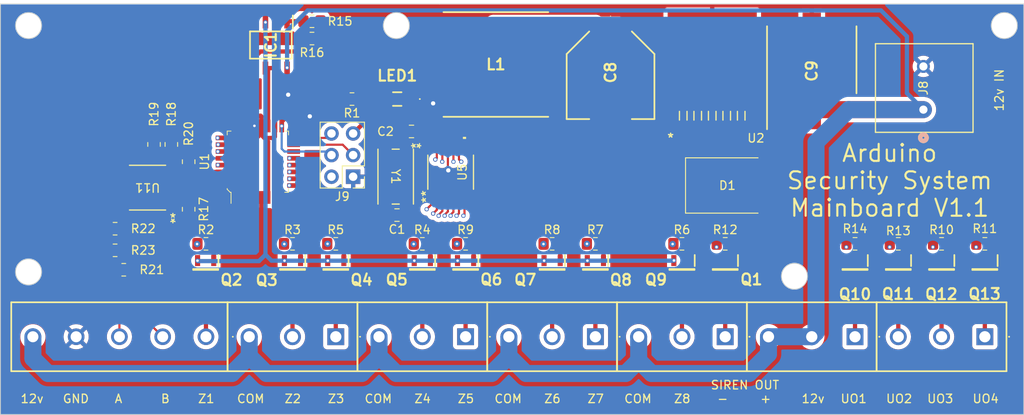
<source format=kicad_pcb>
(kicad_pcb (version 20221018) (generator pcbnew)
  (layers (0 "F.Cu" signal) (1 "In1.Cu" signal) (2 "In2.Cu" signal) (31 "B.Cu" signal) (34 "B.Paste" user) (35 "F.Paste" user) (36 "B.SilkS" user "B.Silkscreen") (37 "F.SilkS" user "F.Silkscreen") (38 "B.Mask" user) (39 "F.Mask" user) (44 "Edge.Cuts" user))
  (net 0 "")
  (net 1 "GND")
  (net 2 "Net-(U1-PB6)")
  (net 3 "Net-(U1-PB7)")
  (net 4 "+12V")
  (net 5 "+5V")
  (net 6 "Net-(D1-K)")
  (net 7 "Z3H")
  (net 8 "Z2H")
  (net 9 "Z5H")
  (net 10 "Z4H")
  (net 11 "Z7H")
  (net 12 "Z6H")
  (net 13 "SIREN H")
  (net 14 "Z8H")
  (net 15 "O1H")
  (net 16 "O4H")
  (net 17 "O3H")
  (net 18 "O2H")
  (net 19 "Z1H")
  (net 20 "B")
  (net 21 "A")
  (net 22 "RESET")
  (net 23 "MOSI")
  (net 24 "SCK")
  (net 25 "MISO")
  (net 26 "Net-(LED1-A)")
  (net 27 "Net-(Q1-G)")
  (net 28 "Net-(Q2-G)")
  (net 29 "ADC IN H")
  (net 30 "Net-(Q3-G)")
  (net 31 "Net-(Q4-G)")
  (net 32 "Net-(Q5-G)")
  (net 33 "Net-(Q6-G)")
  (net 34 "Net-(Q7-G)")
  (net 35 "Net-(Q8-G)")
  (net 36 "Net-(Q9-G)")
  (net 37 "Net-(Q10-G)")
  (net 38 "Net-(Q11-G)")
  (net 39 "Net-(Q12-G)")
  (net 40 "Net-(Q13-G)")
  (net 41 "ZONE 1")
  (net 42 "ZONE 2")
  (net 43 "ZONE 4")
  (net 44 "ZONE 3")
  (net 45 "ZONE 8")
  (net 46 "ZONE 7")
  (net 47 "ZONE 6")
  (net 48 "ZONE 5")
  (net 49 "OUTPUT 3")
  (net 50 "OUTPUT 4")
  (net 51 "SIREN OUT")
  (net 52 "OUTPUT 2")
  (net 53 "OUTPUT 1")
  (net 54 "TX")
  (net 55 "DIR")
  (net 56 "RX")
  (net 57 "ADC IN")
  (net 60 "CLOCK")
  (net 61 "LATCH")
  (net 62 "DATA")
  (net 64 "ADC IN B")
  (net 65 "Net-(IC1-IN2+)")
  (footprint "SamacSys_Parts:CAPAE1050X1250N" (layer "F.Cu") (at 178.308 119.634 90)
    (fp_text reference "C9")
    (fp_text value "100uF" hide)
  )
  (footprint "SamacSys_Parts:SOT95P237X112-3N" (layer "F.Cu") (at 163.068 142.968 -90)
    (fp_text reference "Q9")
    (fp_text value "Si2338DS-T1-GE3" hide)
  )
  (footprint "Resistor_SMD:R_0805_2012Metric_Pad1.20x1.40mm_HandSolder" (layer "F.Cu") (at 122.428 139.954)
    (fp_text reference "R5")
    (fp_text value "15R")
  )
  (footprint "SamacSys_Parts:SOT95P237X112-3N" (layer "F.Cu") (at 147.828 142.968 -90)
    (fp_text reference "Q7")
    (fp_text value "Si2338DS-T1-GE3" hide)
  )
  (footprint "ABMM2-16-000MHZ-E2-T:CRYSTAL_ABMM2_ABR" (layer "F.Cu") (at 129.4638 132.0546 -90)
    (fp_text reference "Y1")
    (fp_text value "ABMM2-16.000MHZ-E2-T")
  )
  (footprint "Resistor_SMD:R_0805_2012Metric_Pad1.20x1.40mm_HandSolder" (layer "F.Cu") (at 188.468 139.954 180)
    (fp_text reference "R13")
    (fp_text value "15R")
  )
  (footprint "SamacSys_Parts:SOT95P237X112-3N" (layer "F.Cu") (at 117.348 142.968 -90)
    (fp_text reference "Q3")
    (fp_text value "Si2338DS-T1-GE3" hide)
  )
  (footprint "Resistor_SMD:R_0805_2012Metric_Pad1.20x1.40mm_HandSolder" (layer "F.Cu") (at 147.828 139.954)
    (fp_text reference "R8")
    (fp_text value "15R")
  )
  (footprint "Resistor_SMD:R_0805_2012Metric_Pad1.20x1.40mm_HandSolder" (layer "F.Cu") (at 105.156 135.89 -90)
    (fp_text reference "R17")
    (fp_text value "10K")
  )
  (footprint "SamacSys_Parts:CTB05083" (layer "F.Cu") (at 183.388 150.876 180)
    (fp_text reference "J5" hide)
    (fp_text value "CTB0508_3" hide)
  )
  (footprint "SamacSys_Parts:5988270107F" (layer "F.Cu") (at 129.643 122.936 180)
    (fp_text reference "LED1")
    (fp_text value "5988270107F" hide)
  )
  (footprint "max485csa:21-0041B_8_MXM" (layer "F.Cu") (at 100.33 133.35 180)
    (fp_text reference "U11")
    (fp_text value "max485csa")
  )
  (footprint "SamacSys_Parts:INDPM123123X1020N" (layer "F.Cu") (at 141.224 118.872 180)
    (fp_text reference "L1")
    (fp_text value "MSS1210-334KED" hide)
  )
  (footprint "Resistor_SMD:R_0805_2012Metric_Pad1.20x1.40mm_HandSolder" (layer "F.Cu") (at 107.188 139.954)
    (fp_text reference "R2")
    (fp_text value "15R")
  )
  (footprint "Connector_PinHeader_2.54mm:PinHeader_2x03_P2.54mm_Vertical" (layer "F.Cu") (at 124.465 132.065 180)
    (fp_text reference "J9")
    (fp_text value "SPI Programming")
  )
  (footprint "SamacSys_Parts:SOT95P237X112-3N" (layer "F.Cu") (at 137.668 142.968 -90)
    (fp_text reference "Q6")
    (fp_text value "Si2338DS-T1-GE3" hide)
  )
  (footprint "digikey-footprints:TQFP-32_7x7mm" (layer "F.Cu") (at 113.284 130.302 90)
    (fp_text reference "U1")
    (fp_text value "ATMEGA328P-AUR")
  )
  (footprint "Diode_SMD:D_SMC" (layer "F.Cu") (at 168.402 133.096)
    (fp_text reference "D1")
    (fp_text value "B340")
  )
  (footprint "Resistor_SMD:R_0805_2012Metric_Pad1.20x1.40mm_HandSolder" (layer "F.Cu") (at 152.908 139.954)
    (fp_text reference "R7")
    (fp_text value "15R")
  )
  (footprint "SamacSys_Parts:CTB05083" (layer "F.Cu") (at 152.908 150.876 180)
    (fp_text reference "J3" hide)
    (fp_text value "CTB0508_3" hide)
  )
  (footprint "Resistor_SMD:R_0805_2012Metric_Pad1.20x1.40mm_HandSolder" (layer "F.Cu") (at 96.52 140.716 180)
    (fp_text reference "R23")
    (fp_text value "120R")
  )
  (footprint "SamacSys_Parts:CTB05083" (layer "F.Cu") (at 137.668 150.876 180)
    (fp_text reference "J2" hide)
    (fp_text value "CTB0508_3" hide)
  )
  (footprint "Resistor_SMD:R_0805_2012Metric_Pad1.20x1.40mm_HandSolder" (layer "F.Cu") (at 105.156 130.302 -90)
    (fp_text reference "R20")
    (fp_text value "10K")
  )
  (footprint "Resistor_SMD:R_0805_2012Metric_Pad1.20x1.40mm_HandSolder" (layer "F.Cu") (at 103.124 128.27 90)
    (fp_text reference "R18")
    (fp_text value "10K")
  )
  (footprint "Resistor_SMD:R_0805_2012Metric_Pad1.20x1.40mm_HandSolder" (layer "F.Cu") (at 193.548 139.954)
    (fp_text reference "R10")
    (fp_text value "15R")
  )
  (footprint "CTB0708-2:CONN-2X1_CTB0708&slash_2_CMD" (layer "F.Cu") (at 191.415299 124.1806 90)
    (fp_text reference "J8")
    (fp_text value "CTB0708/2")
  )
  (footprint "Resistor_SMD:R_0805_2012Metric_Pad1.20x1.40mm_HandSolder" (layer "F.Cu") (at 117.348 139.954)
    (fp_text reference "R3")
    (fp_text value "15R")
  )
  (footprint "SamacSys_Parts:EEE0JA152UAP" (layer "F.Cu") (at 154.686 120.142 -90)
    (fp_text reference "C8")
    (fp_text value "220uF" hide)
  )
  (footprint "Resistor_SMD:R_0805_2012Metric_Pad1.20x1.40mm_HandSolder" (layer "F.Cu") (at 132.588 139.954)
    (fp_text reference "R4")
    (fp_text value "15R")
  )
  (footprint "SamacSys_Parts:SOT95P237X112-3N" (layer "F.Cu") (at 122.428 142.968 -90)
    (fp_text reference "Q4")
    (fp_text value "Si2338DS-T1-GE3" hide)
  )
  (footprint "SamacSys_Parts:SOT95P237X112-3N" (layer "F.Cu") (at 107.154 142.968 -90)
    (fp_text reference "Q2")
    (fp_text value "Si2338DS-T1-GE3" hide)
  )
  (footprint "Resistor_SMD:R_0805_2012Metric_Pad1.20x1.40mm_HandSolder" (layer "F.Cu") (at 137.668 139.954)
    (fp_text reference "R9")
    (fp_text value "15R")
  )
  (footprint "Resistor_SMD:R_0805_2012Metric_Pad1.20x1.40mm_HandSolder" (layer "F.Cu") (at 97.536 143.002)
    (fp_text reference "R21")
    (fp_text value "20K")
  )
  (footprint "Resistor_SMD:R_0805_2012Metric_Pad1.20x1.40mm_HandSolder" (layer "F.Cu") (at 101.092 128.27 -90)
    (fp_text reference "R19")
    (fp_text value "10K")
  )
  (footprint "LM2576-5-0WU:TO-263-5_U_MCH" (layer "F.Cu") (at 166.624 118.364)
    (fp_text reference "U2")
    (fp_text value "LM2576-5.0WU")
  )
  (footprint "SamacSys_Parts:CTB05083" (layer "F.Cu") (at 122.428 150.876 180)
    (fp_text reference "J1" hide)
    (fp_text value "CTB0508_3" hide)
  )
  (footprint "Resistor_SMD:R_0805_2012Metric_Pad1.20x1.40mm_HandSolder" (layer "F.Cu") (at 119.634 113.792 180)
    (fp_text reference "R15")
    (fp_text value "15k")
  )
  (footprint "Resistor_SMD:R_0805_2012Metric_Pad1.20x1.40mm_HandSolder" (layer "F.Cu") (at 183.388 139.954 180)
    (fp_text reference "R14")
    (fp_text value "15R")
  )
  (footprint "SamacSys_Parts:CTB05083" (layer "F.Cu") (at 168.148 150.876 180)
    (fp_text reference "J4" hide)
    (fp_text value "CTB0508_3" hide)
  )
  (footprint "SamacSys_Parts:SOT95P237X112-3N" (layer "F.Cu") (at 183.388 142.968 -90)
    (fp_text reference "Q10")
    (fp_text value "Si2338DS-T1-GE3" hide)
  )
  (footprint "74HC595PW-Q100-118:74HC595PW-Q100_118_NEX" (layer "F.Cu") (at 135.9154 131.5339 90)
    (fp_text reference "U5")
    (fp_text value "74HC595PW-Q100_118")
  )
  (footprint "SamacSys_Parts:SOT95P237X112-3N" (layer "F.Cu") (at 193.548 142.968 -90)
    (fp_text reference "Q12")
    (fp_text value "Si2338DS-T1-GE3" hide)
  )
  (footprint "SamacSys_Parts:SOT95P237X112-3N" (layer "F.Cu") (at 152.908 142.968 -90)
    (fp_text reference "Q8")
    (fp_text value "Si2338DS-T1-GE3" hide)
  )
  (footprint "SamacSys_Parts:SOT95P237X112-3N" (layer "F.Cu") (at 198.628 142.968 -90)
    (fp_text reference "Q13")
    (fp_text value "Si2338DS-T1-GE3" hide)
  )
  (footprint "Capacitor_SMD:C_0805_2012Metric_Pad1.18x1.45mm_HandSolder" (layer "F.Cu") (at 129.6162 136.5758 180)
    (fp_text reference "C1")
    (fp_text value "22pF")
  )
  (footprint "Capacitor_SMD:C_0805_2012Metric_Pad1.18x1.45mm_HandSolder" (layer "F.Cu") (at 131.318 126.746 180)
    (fp_text reference "C2")
    (fp_text value "22pF")
  )
  (footprint "Resistor_SMD:R_0805_2012Metric_Pad1.20x1.40mm_HandSolder" (layer "F.Cu") (at 198.628 139.954 180)
    (fp_text reference "R11")
    (fp_text value "15R")
  )
  (footprint "SamacSys_Parts:CTB05083" (layer "F.Cu") (at 198.628 150.876 180)
    (fp_text reference "J6" hide)
    (fp_text value "CTB0508_3" hide)
  )
  (footprint "Resistor_SMD:R_0805_2012Metric_Pad1.20x1.40mm_HandSolder" (layer "F.Cu") (at 168.148 139.954)
    (fp_text reference "R12")
    (fp_text value "15R")
  )
  (footprint "Resistor_SMD:R_0805_2012Metric_Pad1.20x1.40mm_HandSolder" (layer "F.Cu") (at 119.634 115.824 180)
    (fp_text reference "R16")
    (fp_text value "10k")
  )
  (footprint "SamacSys_Parts:CTB05085" (layer "F.Cu") (at 107.188 150.876 180)
    (fp_text reference "J7" hide)
    (fp_text value "CTB0508_5" hide)
  )
  (footprint "Resistor_SMD:R_0805_2012Metric_Pad1.20x1.40mm_HandSolder" (layer "F.Cu") (at 163.068 139.954)
    (fp_text reference "R6")
    (fp_text value "15R")
  )
  (footprint "Resistor_SMD:R_0805_2012Metric_Pad1.20x1.40mm_HandSolder" (layer "F.Cu") (at 124.333 122.936 180)
    (fp_text reference "R1")
    (fp_text value "330R")
  )
  (footprint "SamacSys_Parts:SOIC127P600X175-8N" (layer "F.Cu") (at 114.808 116.586 -90)
    (fp_text reference "IC1")
    (fp_text value "LM358DT" hide)
  )
  (footprint "Resistor_SMD:R_0805_2012Metric_Pad1.20x1.40mm_HandSolder" (layer "F.Cu") (at 96.52 138.176 180)
    (fp_text reference "R22")
    (fp_text value "20K")
  )
  (footprint "SamacSys_Parts:SOT95P237X112-3N" (layer "F.Cu") (at 168.148 142.968 -90)
    (fp_text reference "Q1")
    (fp_text value "Si2338DS-T1-GE3" hide)
  )
  (footprint "SamacSys_Parts:SOT95P237X112-3N" (layer "F.Cu") (at 132.588 142.968 -90)
    (fp_text reference "Q5")
    (fp_text value "Si2338DS-T1-GE3" hide)
  )
  (footprint "SamacSys_Parts:SOT95P237X112-3N" (layer "F.Cu") (at 188.468 142.968 -90)
    (fp_text reference "Q11")
    (fp_text value "Si2338DS-T1-GE3" hide)
  )
  (gr_line (start 134.62 111.76) (end 203.2 111.76) (stroke (width 0.1)) (layer "Edge.Cuts"))
  (gr_line (start 203.2 111.76) (end 203.2 160.02) (stroke (width 0.1)) (layer "Edge.Cuts"))
  (gr_circle (center 86.36 114.3) (end 84.836 114.3) (stroke (width 0.1)) (fill none) (layer "Edge.Cuts"))
  (gr_line (start 83.058 111.76) (end 134.62 111.76) (stroke (width 0.1)) (layer "Edge.Cuts"))
  (gr_line (start 83.058 160.02) (end 83.058 111.76) (stroke (width 0.1)) (layer "Edge.Cuts"))
  (gr_line (start 203.2 160.02) (end 83.058 160.02) (stroke (width 0.1)) (layer "Edge.Cuts"))
  (gr_circle (center 86.36 143.256) (end 84.836 143.256) (stroke (width 0.1)) (fill none) (layer "Edge.Cuts"))
  (gr_circle (center 176.276 143.764) (end 176.276 145.288) (stroke (width 0.1)) (fill none) (layer "Edge.Cuts"))
  (gr_circle (center 129.54 114.3) (end 131.064 114.3) (stroke (width 0.1)) (fill none) (layer "Edge.Cuts"))
  (gr_circle (center 200.914 114.3) (end 202.438 114.3) (stroke (width 0.1)) (fill none) (layer "Edge.Cuts"))
  (gr_text "SIREN OUT\n -     +" (at 166.37 158.75) (layer "F.SilkS") (effects (font (size 1 1)) (justify left bottom)))
  (gr_text "UO4" (at 197.104 158.75) (layer "F.SilkS") (effects (font (size 1 1)) (justify left bottom)))
  (gr_text "Z7" (at 151.892 158.75) (layer "F.SilkS") (effects (font (size 1 1)) (justify left bottom)))
  (gr_text "COM" (at 156.21 158.75) (layer "F.SilkS") (effects (font (size 1 1)) (justify left bottom)))
  (gr_text "UO1" (at 181.61 158.75) (layer "F.SilkS") (effects (font (size 1 1)) (justify left bottom)))
  (gr_text "12v IN" (at 200.914 124.46 90) (layer "F.SilkS") (effects (font (size 1 1)) (justify left bottom)))
  (gr_text "UO2" (at 186.944 158.75) (layer "F.SilkS") (effects (font (size 1 1)) (justify left bottom)))
  (gr_text "UO3" (at 191.77 158.75) (layer "F.SilkS") (effects (font (size 1 1)) (justify left bottom)))
  (gr_text "Z3" (at 121.412 158.75) (layer "F.SilkS") (effects (font (size 1 1)) (justify left bottom)))
  (gr_text "Arduino\nSecurity System\nMainboard V1.1" (at 187.452 136.906) (layer "F.SilkS") (effects (font (size 2 2) (thickness 0.25)) (justify bottom)))
  (gr_text "COM" (at 125.73 158.75) (layer "F.SilkS") (effects (font (size 1 1)) (justify left bottom)))
  (gr_text "Z6" (at 146.812 158.75) (layer "F.SilkS") (effects (font (size 1 1)) (justify left bottom)))
  (gr_text "Z5" (at 136.652 158.75) (layer "F.SilkS") (effects (font (size 1 1)) (justify left bottom)))
  (gr_text "Z4" (at 131.572 158.75) (layer "F.SilkS") (effects (font (size 1 1)) (justify left bottom)))
  (gr_text "COM" (at 110.744 158.75) (layer "F.SilkS") (effects (font (size 1 1)) (justify left bottom)))
  (gr_text "12v" (at 177.038 158.75) (layer "F.SilkS") (effects (font (size 1 1)) (justify left bottom)))
  (gr_text "12v   GND    A      B" (at 85.344 158.75) (layer "F.SilkS") (effects (font (size 1 1)) (justify left bottom)))
  (gr_text "COM" (at 140.97 158.75) (layer "F.SilkS") (effects (font (size 1 1)) (justify left bottom)))
  (gr_text "Z8" (at 162.052 158.75) (layer "F.SilkS") (effects (font (size 1 1)) (justify left bottom)))
  (gr_text "Z2" (at 116.332 158.75) (layer "F.SilkS") (effects (font (size 1 1)) (justify left bottom)))
  (gr_text "Z1" (at 106.172 158.75) (layer "F.SilkS") (effects (font (size 1 1)) (justify left bottom)))
  (segment (start 113.5905 115.824) (end 112.903 115.1365) (width 0.5) (layer "F.Cu") (net 1))
  (segment (start 113.684 136.252) (end 113.665 136.271) (width 0.5) (layer "F.Cu") (net 1))
  (segment (start 118.634 115.824) (end 113.5905 115.824) (width 0.5) (layer "F.Cu") (net 1))
  (segment (start 138.190399 134.482848) (end 138.190399 132.856399) (width 0.25) (layer "F.Cu") (net 1))
  (segment (start 113.684 134.502) (end 113.684 136.252) (width 0.5) (layer "F.Cu") (net 1))
  (segment (start 135.590402 128.584952) (end 135.590402 131.272402) (width 0.25) (layer "F.Cu") (net 1))
  (segment (start 95.123 137.779) (end 95.52 138.176) (width 0.5) (layer "F.Cu") (net 1))
  (segment (start 135.590402 131.272402) (end 135.636 131.318) (width 0.25) (layer "F.Cu") (net 1))
  (segment (start 138.190399 132.856399) (end 138.176 132.842) (width 0.25) (layer "F.Cu") (net 1))
  (segment (start 112.903 115.1365) (end 112.903 113.874) (width 0.5) (layer "F.Cu") (net 1))
  (segment (start 166.624 127.508) (end 166.624 130.302) (width 1) (layer "F.Cu") (net 1))
  (via (at 112.8776 126.0856) (size 0.5) (drill 0.3) (layers "F.Cu" "B.Cu") (net 1))
  (via (at 135.636 131.318) (size 1) (drill 0.5) (layers "F.Cu" "B.Cu") (net 1))
  (via (at 119.38 124.968) (size 1) (drill 0.5) (layers "F.Cu" "B.Cu") (net 1))
  (via (at 133.858 123.444) (size 1) (drill 0.5) (layers "F.Cu" "B.Cu") (net 1))
  (via (at 116.84 122.428) (size 1) (drill 0.5) (layers "F.Cu" "B.Cu") (net 1))
  (segment (start 115.284 134.502) (end 115.284 135.3344) (width 0.25) (layer "F.Cu") (net 2))
  (segment (start 128.5787 136.5758) (end 128.5787 134.7698) (width 0.25) (layer "F.Cu") (net 2))
  (segment (start 128.5787 134.7698) (end 128.2638 134.4549) (width 0.25) (layer "F.Cu") (net 2))
  (segment (start 116.5254 136.5758) (end 128.5787 136.5758) (width 0.25) (layer "F.Cu") (net 2))
  (segment (start 115.284 135.3344) (end 116.5254 136.5758) (width 0.25) (layer "F.Cu") (net 2))
  (segment (start 130.6638 129.6543) (end 130.6638 127.1293) (width 0.25) (layer "F.Cu") (net 3))
  (segment (start 116.084 134.502) (end 125.8161 134.502) (width 0.25) (layer "F.Cu") (net 3))
  (segment (start 130.6638 127.1293) (end 130.2805 126.746) (width 0.25) (layer "F.Cu") (net 3))
  (segment (start 125.8161 134.502) (end 130.6638 129.6543) (width 0.25) (layer "F.Cu") (net 3))
  (segment (start 191.415299 124.1806) (end 178.5546 124.1806) (width 2) (layer "F.Cu") (net 4))
  (segment (start 163.2204 125.593301) (end 164.060101 124.7536) (width 1) (layer "F.Cu") (net 4))
  (segment (start 177.4884 124.7536) (end 178.308 123.934) (width 1) (layer "F.Cu") (net 4))
  (segment (start 164.060101 124.7536) (end 177.4884 124.7536) (width 1) (layer "F.Cu") (net 4))
  (segment (start 178.5546 124.1806) (end 178.308 123.934) (width 2) (layer "F.Cu") (net 4))
  (segment (start 163.2204 127.508) (end 163.2204 125.593301) (width 1) (layer "F.Cu") (net 4))
  (via (at 116.713 119.253) (size 0.5) (drill 0.3) (layers "F.Cu" "B.Cu") (net 4))
  (segment (start 156.464 155.194) (end 144.78 155.194) (width 2) (layer "B.Cu") (net 4))
  (segment (start 186.433137 112.519137) (end 189.484 115.57) (width 0.5) (layer "B.Cu") (net 4))
  (segment (start 178.808693 150.375307) (end 178.308 150.876) (width 2) (layer "B.Cu") (net 4))
  (segment (start 88.646 155.194) (end 110.236 155.194) (width 2) (layer "B.Cu") (net 4))
  (segment (start 112.268 153.162) (end 112.268 150.876) (width 2) (layer "B.Cu") (net 4))
  (segment (start 129.54 155.194) (end 127.508 153.162) (width 2) (layer "B.Cu") (net 4))
  (segment (start 173.228 150.876) (end 178.308 150.876) (width 2) (layer "B.Cu") (net 4))
  (segment (start 116.713 114.935) (end 119.128863 112.519137) (width 0.5) (layer "B.Cu") (net 4))
  (segment (start 173.228 150.876) (end 173.228 152.908) (width 2) (layer "B.Cu") (net 4))
  (segment (start 189.484 122.249301) (end 191.415299 124.1806) (width 0.5) (layer "B.Cu") (net 4))
  (segment (start 157.988 150.876) (end 157.988 153.67) (width 2) (layer "B.Cu") (net 4))
  (segment (start 170.942 155.194) (end 159.512 155.194) (width 2) (layer "B.Cu") (net 4))
  (segment (start 125.476 155.194) (end 127.508 153.162) (width 2) (layer "B.Cu") (net 4))
  (segment (start 189.484 115.57) (end 189.484 122.249301) (width 0.5) (layer "B.Cu") (net 4))
  (segment (start 178.808693 128.023307) (end 178.808693 150.375307) (width 2) (layer "B.Cu") (net 4))
  (segment (start 86.868 150.876) (end 86.868 153.416) (width 2) (layer "B.Cu") (net 4))
  (segment (start 127.508 153.162) (end 127.508 150.876) (width 2) (layer "B.Cu") (net 4))
  (segment (start 144.78 155.194) (end 142.748 153.162) (width 2) (layer "B.Cu") (net 4))
  (segment (start 142.748 153.162) (end 140.716 155.194) (width 2) (layer "B.Cu") (net 4))
  (segment (start 140.716 155.194) (end 129.54 155.194) (width 2) (layer "B.Cu") (net 4))
  (segment (start 114.3 155.194) (end 125.476 155.194) (width 2) (layer "B.Cu") (net 4))
  (segment (start 191.415299 124.1806) (end 182.6514 124.1806) (width 2) (layer "B.Cu") (net 4))
  (segment (start 119.128863 112.519137) (end 186.433137 112.519137) (width 0.5) (layer "B.Cu") (net 4))
  (segment (start 110.236 155.194) (end 112.268 153.162) (width 2) (layer "B.Cu") (net 4))
  (segment (start 112.268 153.162) (end 114.3 155.194) (width 2) (layer "B.Cu") (net 4))
  (segment (start 157.988 153.67) (end 156.464 155.194) (width 2) (layer "B.Cu") (net 4))
  (segment (start 159.512 155.194) (end 157.988 153.67) (width 2) (layer "B.Cu") (net 4))
  (segment (start 116.713 119.253) (end 116.713 114.935) (width 0.5) (layer "B.Cu") (net 4))
  (segment (start 142.748 150.876) (end 142.748 153.162) (width 2) (layer "B.Cu") (net 4))
  (segment (start 182.6514 124.1806) (end 178.808693 128.023307) (width 2) (layer "B.Cu") (net 4))
  (segment (start 86.868 153.416) (end 88.646 155.194) (width 2) (layer "B.Cu") (net 4))
  (segment (start 173.228 152.908) (end 170.942 155.194) (width 2) (layer "B.Cu") (net 4))
  (segment (start 145.034 137.414) (end 139.192 131.572) (width 1) (layer "F.Cu") (net 5))
  (segment (start 133.640401 128.584952) (end 133.640401 127.290401) (width 0.25) (layer "F.Cu") (net 5))
  (segment (start 169.164 135.128) (end 166.878 137.414) (width 1) (layer "F.Cu") (net 5))
  (segment (start 115.284 127.352) (end 115.128 127.508) (width 0.5) (layer "F.Cu") (net 5))
  (segment (start 139.192 131.572) (end 139.192 127.308104) (width 1) (layer "F.Cu") (net 5))
  (segment (start 132.842 125.222) (end 133.640401 126.020401) (width 0.5) (layer "F.Cu") (net 5))
  (segment (start 115.128 127.508) (end 114.046 127.508) (width 0.5) (layer "F.Cu") (net 5))
  (segment (start 116.332 120.65) (end 136.652 120.65) (width 0.5) (layer "F.Cu") (net 5))
  (segment (start 168.3258 129.116799) (end 169.164 129.954999) (width 1) (layer "F.Cu") (net 5))
  (segment (start 115.284 126.102) (end 115.284 121.698) (width 0.5) (layer "F.Cu") (net 5))
  (segment (start 99.568 134.366) (end 98.679 135.255) (width 0.5) (layer "F.Cu") (net 5))
  (segment (start 152.92 114.026) (end 140.97 114.026) (width 1) (layer "F.Cu") (net 5))
  (segment (start 124.465 126.985) (end 126.228 125.222) (width 0.5) (layer "F.Cu") (net 5))
  (segment (start 101.092 127.27) (end 99.568 128.794) (width 0.5) (layer "F.Cu") (net 5))
  (segment (start 115.284 126.102) (end 115.284 127.352) (width 0.5) (layer "F.Cu") (net 5))
  (segment (start 103.124 127.27) (end 105.156 129.302) (width 0.5) (layer "F.Cu") (net 5))
  (segment (start 99.243652 136.89) (end 97.608652 135.255) (width 0.5) (layer "F.Cu") (net 5))
  (segment (start 98.536 136.182348) (end 97.608652 135.255) (width 0.25) (layer "F.Cu") (net 5))
  (segment (start 133.676802 127.254) (end 133.640401 127.290401) (width 0.5) (layer "F.Cu") (net 5))
  (segment (start 137.16 127.254) (end 133.676802 127.254) (width 0.5) (layer "F.Cu") (net 5))
  (segment (start 115.284 121.698) (end 116.332 120.65) (width 0.5) (layer "F.Cu") (net 5))
  (segment (start 113.684 126.97605) (end 113.684 126.102) (width 0.5) (layer "F.Cu") (net 5))
  (segment (start 105.156 136.89) (end 99.243652 136.89) (width 0.5) (layer "F.Cu") (net 5))
  (segment (start 137.540401 127.634401) (end 137.16 127.254) (width 0.5) (layer "F.Cu") (net 5))
  (segment (start 114.484 127.946) (end 114.046 127.508) (width 0.5) (layer "F.Cu") (net 5))
  (segment (start 105.492 124.902) (end 104.902 125.492) (width 0.5) (layer "F.Cu") (net 5))
  (segment (start 152.92 114.026) (end 154.686 115.792) (width 1) (layer "F.Cu") (net 5))
  (segment (start 140.97 114.026) (end 136.124 118.872) (width 1) (layer "F.Cu") (net 5))
  (segment (start 113.609 124.902) (end 105.492 124.902) (width 0.5) (layer "F.Cu") (net 5))
  (segment (start 136.124 125.71) (end 136.124 118.872) (width 1) (layer "F.Cu") (net 5))
  (segment (start 133.640401 126.020401) (end 133.640401 127.290401) (width 0.5) (layer "F.Cu") (net 5))
  (segment (start 166.878 137.414) (end 145.034 137.414) (width 1) (layer "F.Cu") (net 5))
  (segment (start 104.902 125.492) (end 103.124 127.27) (width 0.5) (layer "F.Cu") (net 5))
  (segment (start 139.067799 127.183903) (end 137.597903 127.183903) (width 1) (layer "F.Cu") (net 5))
  (segment (start 112.884 127.77605) (end 113.684 126.97605) (width 0.5) (layer "F.Cu") (net 5))
  (segment (start 137.597903 127.183903) (end 136.124 125.71) (width 1) (layer "F.Cu") (net 5))
  (segment (start 98.536 143.002) (end 98.536 136.182348) (width 0.25) (layer "F.Cu") (net 5))
  (segment (start 114.046 127.508) (end 113.684 127.146) (width 0.5) (layer "F.Cu") (net 5))
  (segment (start 169.164 129.954999) (end 169.164 135.128) (width 1) (layer "F.Cu") (net 5))
  (segment (start 98.679 135.255) (end 97.608652 135.255) (width 0.5) (layer "F.Cu") (net 5))
  (segment (start 168.3258 127.508) (end 168.3258 129.116799) (width 1) (layer "F.Cu") (net 5))
  (segment (start 137.540401 128.584952) (end 137.540401 127.634401) (width 0.5) (layer "F.Cu") (net 5))
  (segment (start 112.884 134.502) (end 112.884 127.77605) (width 0.5) (layer "F.Cu") (net 5))
  (segment (start 139.192 127.308104) (end 139.067799 127.183903) (width 1) (layer "F.Cu") (net 5))
  (segment (start 113.684 126.102) (end 113.684 124.977) (width 0.5) (layer "F.Cu") (net 5))
  (segment (start 114.484 134.502) (end 114.484 127.946) (width 0.5) (layer "F.Cu") (net 5))
  (segment (start 126.228 125.222) (end 132.842 125.222) (width 0.5) (layer "F.Cu") (net 5))
  (segment (start 113.684 127.146) (end 113.684 126.102) (width 0.5) (layer "F.Cu") (net 5))
  (segment (start 99.568 128.794) (end 99.568 134.366) (width 0.5) (layer "F.Cu") (net 5))
  (segment (start 113.684 124.977) (end 113.609 124.902) (width 0.5) (layer "F.Cu") (net 5))
  (segment (start 101.092 127.27) (end 103.124 127.27) (width 0.5) (layer "F.Cu") (net 5))
  (segment (start 150.856 133.096) (end 146.304 128.544) (width 1) (layer "F.Cu") (net 6))
  (segment (start 146.324 125.456) (end 146.324 118.872) (width 1) (layer "F.Cu") (net 6))
  (segment (start 146.304 128.544) (end 146.304 125.476) (width 1) (layer "F.Cu") (net 6))
  (segment (start 165.002 127.5878) (end 164.9222 127.508) (width 1) (layer "F.Cu") (net 6))
  (segment (start 150.856 133.096) (end 165.002 133.096) (width 1) (layer "F.Cu") (net 6))
  (segment (start 146.304 125.476) (end 146.324 125.456) (width 1) (layer "F.Cu") (net 6))
  (segment (start 165.002 133.096) (end 165.002 127.5878) (width 1) (layer "F.Cu") (net 6))
  (segment (start 122.428 144.018) (end 122.428 150.876) (width 0.5) (layer "F.Cu") (net 7))
  (segment (start 117.348 144.018) (end 117.348 150.876) (width 0.5) (layer "F.Cu") (net 8))
  (segment (start 137.668 144.018) (end 137.668 150.876) (width 0.5) (layer "F.Cu") (net 9))
  (segment (start 132.588 150.876) (end 132.588 144.018) (width 0.5) (layer "F.Cu") (net 10))
  (segment (start 152.908 150.876) (end 152.908 144.018) (width 0.5) (layer "F.Cu") (net 11))
  (segment (start 147.828 144.018) (end 147.828 150.876) (width 0.5) (layer "F.Cu") (net 12))
  (segment (start 168.148 144.018) (end 168.148 150.876) (width 0.5) (layer "F.Cu") (net 13))
  (segment (start 163.068 150.876) (end 163.068 144.018) (width 0.5) (layer "F.Cu") (net 14))
  (segment (start 183.388 150.876) (end 183.388 144.018) (width 0.5) (layer "F.Cu") (net 15))
  (segment (start 198.628 150.876) (end 198.628 144.018) (width 0.5) (layer "F.Cu") (net 16))
  (segment (start 193.548 150.876) (end 193.548 144.018) (width 0.5) (layer "F.Cu") (net 17))
  (segment (start 188.468 150.876) (end 188.468 144.018) (width 0.5) (layer "F.Cu") (net 18))
  (segment (start 107.188 150.876) (end 107.188 144.052) (width 0.5) (layer "F.Cu") (net 19))
  (segment (start 107.188 144.052) (end 107.154 144.018) (width 0.5) (layer "F.Cu") (net 19))
  (segment (start 102.108 150.876) (end 97.611 146.379) (width 0.25) (layer "F.Cu") (net 20))
  (segment (start 97.52 138.176) (end 96.895 137.551) (width 0.25) (layer "F.Cu") (net 20))
  (segment (start 97.611 146.379) (end 97.611 138.267) (width 0.25) (layer "F.Cu") (net 20))
  (segment (start 95.954 135.128) (end 97.097 133.985) (width 0.25) (layer "F.Cu") (net 20))
  (segment (start 96.895 137.551) (end 96.895 137.301431) (width 0.25) (layer "F.Cu") (net 20))
  (segment (start 96.895 137.301431) (end 95.954 136.360431) (width 0.25) (layer "F.Cu") (net 20))
  (segment (start 97.097 133.985) (end 97.608652 133.985) (width 0.25) (layer "F.Cu") (net 20))
  (segment (start 95.954 136.360431) (end 95.954 135.128) (width 0.25) (layer "F.Cu") (net 20))
  (segment (start 97.611 138.267) (end 97.52 138.176) (width 0.25) (layer "F.Cu") (net 20))
  (segment (start 96.445 139.791) (end 95.52 140.716) (width 0.25) (layer "F.Cu") (net 21))
  (segment (start 96.445 137.487827) (end 96.445 139.791) (width 0.25) (layer "F.Cu") (net 21))
  (segment (start 97.028 143.494) (end 97.028 150.876) (width 0.25) (layer "F.Cu") (net 21))
  (segment (start 97.608652 132.715) (end 96.139 132.715) (width 0.25) (layer "F.Cu") (net 21))
  (segment (start 96.536 143.002) (end 96.536 141.732) (width 0.25) (layer "F.Cu") (net 21))
  (segment (start 95.504 133.35) (end 95.504 136.546827) (width 0.25) (layer "F.Cu") (net 21))
  (segment (start 96.139 132.715) (end 95.504 133.35) (width 0.25) (layer "F.Cu") (net 21))
  (segment (start 95.504 136.546827) (end 96.445 137.487827) (width 0.25) (layer "F.Cu") (net 21))
  (segment (start 96.536 141.732) (end 95.52 140.716) (width 0.25) (layer "F.Cu") (net 21))
  (segment (start 96.536 143.002) (end 97.028 143.494) (width 0.25) (layer "F.Cu") (net 21))
  (via (at 108.585 130.683) (size 0.5) (drill 0.3) (layers "F.Cu" "B.Cu") (net 22))
  (segment (start 123.242 128.302) (end 124.465 129.525) (width 0.25) (layer "F.Cu") (net 23))
  (segment (start 117.484 128.302) (end 123.242 128.302) (width 0.25) (layer "F.Cu") (net 23))
  (segment (start 118.745 122.936) (end 116.078 125.603) (width 0.5) (layer "F.Cu") (net 24))
  (segment (start 123.333 122.936) (end 118.745 122.936) (width 0.5) (layer "F.Cu") (net 24))
  (via (at 116.078 126.111) (size 0.5) (drill 0.3) (layers "F.Cu" "B.Cu") (net 24))
  (segment (start 116.078 128.778) (end 116.4082 129.1082) (width 0.25) (layer "B.Cu") (net 24))
  (segment (start 116.4082 129.1082) (end 121.5082 129.1082) (width 0.25) (layer "B.Cu") (net 24))
  (segment (start 121.5082 129.1082) (end 121.925 129.525) (width 0.25) (layer "B.Cu") (net 24))
  (segment (start 116.078 128.778) (end 116.078 126.111) (width 0.25) (layer "B.Cu") (net 24))
  (segment (start 117.484 127.502) (end 121.408 127.502) (width 0.25) (layer "F.Cu") (net 25))
  (segment (start 121.408 127.502) (end 121.925 126.985) (width 0.25) (layer "F.Cu") (net 25))
  (segment (start 128.143 122.936) (end 125.333 122.936) (width 0.5) (layer "F.Cu") (net 26))
  (segment (start 169.098 141.918) (end 169.098 140.004) (width 0.5) (layer "F.Cu") (net 27))
  (segment (start 169.098 140.004) (end 169.148 139.954) (width 0.5) (layer "F.Cu") (net 27))
  (segment (start 108.104 141.918) (end 108.104 140.038) (width 0.5) (layer "F.Cu") (net 28))
  (segment (start 108.104 140.038) (end 108.188 139.954) (width 0.5) (layer "F.Cu") (net 28))
  (segment (start 116.795 113.792) (end 116.713 113.874) (width 0.5) (layer "F.Cu") (net 29))
  (segment (start 115.443 113.874) (end 116.713 113.874) (width 0.5) (layer "F.Cu") (net 29))
  (segment (start 118.634 113.792) (end 116.795 113.792) (width 0.5) (layer "F.Cu") (net 29))
  (segment (start 118.298 141.918) (end 118.298 140.004) (width 0.5) (layer "F.Cu") (net 30))
  (segment (start 118.298 140.004) (end 118.348 139.954) (width 0.5) (layer "F.Cu") (net 30))
  (segment (start 123.378 141.918) (end 123.378 140.004) (width 0.5) (layer "F.Cu") (net 31))
  (segment (start 123.378 140.004) (end 123.428 139.954) (width 0.5) (layer "F.Cu") (net 31))
  (segment (start 133.538 140.004) (end 133.588 139.954) (width 0.5) (layer "F.Cu") (net 32))
  (segment (start 133.538 141.918) (end 133.538 140.004) (width 0.5) (layer "F.Cu") (net 32))
  (segment (start 138.618 141.918) (end 138.618 140.004) (width 0.5) (layer "F.Cu") (net 33))
  (segment (start 138.618 140.004) (end 138.668 139.954) (width 0.5) (layer "F.Cu") (net 33))
  (segment (start 148.778 141.918) (end 148.778 140.004) (width 0.5) (layer "F.Cu") (net 34))
  (segment (start 148.778 140.004) (end 148.828 139.954) (width 0.5) (layer "F.Cu") (net 34))
  (segment (start 153.858 141.918) (end 153.858 140.004) (width 0.5) (layer "F.Cu") (net 35))
  (segment (start 153.858 140.004) (end 153.908 139.954) (width 0.5) (layer "F.Cu") (net 35))
  (segment (start 164.018 140.004) (end 164.068 139.954) (width 0.5) (layer "F.Cu") (net 36))
  (segment (start 164.018 141.918) (end 164.018 140.004) (width 0.5) (layer "F.Cu") (net 36))
  (segment (start 184.338 141.918) (end 184.338 140.004) (width 0.5) (layer "F.Cu") (net 37))
  (segment (start 184.338 140.004) (end 184.388 139.954) (width 0.5) (layer "F.Cu") (net 37))
  (segment (start 189.418 140.004) (end 189.468 139.954) (width 0.5) (layer "F.Cu") (net 38))
  (segment (start 189.418 141.918) (end 189.418 140.004) (width 0.5) (layer "F.Cu") (net 38))
  (segment (start 194.498 141.918) (end 194.498 140.004) (width 0.5) (layer "F.Cu") (net 39))
  (segment (start 194.498 140.004) (end 194.548 139.954) (width 0.5) (layer "F.Cu") (net 39))
  (segment (start 199.578 140.004) (end 199.628 139.954) (width 0.5) (layer "F.Cu") (net 40))
  (segment (start 199.578 141.918) (end 199.578 140.004) (width 0.5) (layer "F.Cu") (net 40))
  (segment (start 134.290402 128.584952) (end 134.290402 129.869598) (width 0.25) (layer "F.Cu") (net 41))
  (segment (start 134.290402 129.869598) (end 134.112 130.048) (width 0.25) (layer "F.Cu") (net 41))
  (via (at 134.112 130.048) (size 0.5) (drill 0.3) (layers "F.Cu" "B.Cu") (net 41))
  (via (at 106.1466 139.9794) (size 0.75) (drill 0.3) (layers "F.Cu" "B.Cu") (net 41))
  (segment (start 133.640401 134.482848) (end 133.640401 135.345599) (width 0.25) (layer "F.Cu") (net 42))
  (segment (start 133.640401 135.345599) (end 133.096 135.89) (width 0.25) (layer "F.Cu") (net 42))
  (via (at 116.3828 139.9794) (size 0.75) (drill 0.3) (layers "F.Cu" "B.Cu") (net 42))
  (via (at 133.096 135.89) (size 0.5) (drill 0.3) (layers "F.Cu" "B.Cu") (net 42))
  (segment (start 134.940401 136.105009) (end 134.507754 136.537656) (width 0.25) (layer "F.Cu") (net 43))
  (segment (start 134.507754 136.537656) (end 134.507754 136.657083) (width 0.25) (layer "F.Cu") (net 43))
  (segment (start 134.940401 134.482848) (end 134.940401 136.105009) (width 0.25) (layer "F.Cu") (net 43))
  (via (at 131.572 139.9794) (size 0.75) (drill 0.3) (layers "F.Cu" "B.Cu") (net 43))
  (via (at 134.507754 136.657083) (size 0.5) (drill 0.3) (layers "F.Cu" "B.Cu") (net 43))
  (segment (start 134.290399 135.965601) (end 133.858 136.398) (width 0.25) (layer "F.Cu") (net 44))
  (segment (start 134.290399 134.482848) (end 134.290399 135.965601) (width 0.25) (layer "F.Cu") (net 44))
  (via (at 121.4628 139.954) (size 0.75) (drill 0.3) (layers "F.Cu" "B.Cu") (net 44))
  (via (at 133.858 136.398) (size 0.5) (drill 0.3) (layers "F.Cu" "B.Cu") (net 44))
  (segment (start 137.540398 136.525602) (end 137.414 136.652) (width 0.25) (layer "F.Cu") (net 45))
  (segment (start 137.540398 134.482848) (end 137.540398 136.525602) (width 0.25) (layer "F.Cu") (net 45))
  (via (at 161.9758 139.9794) (size 0.75) (drill 0.3) (layers "F.Cu" "B.Cu") (net 45))
  (via (at 137.414 136.652) (size 0.5) (drill 0.3) (layers "F.Cu" "B.Cu") (net 45))
  (segment (start 136.890399 136.367838) (end 136.606237 136.652) (width 0.25) (layer "F.Cu") (net 46))
  (segment (start 136.890399 134.482848) (end 136.890399 136.367838) (width 0.25) (layer "F.Cu") (net 46))
  (via (at 151.9174 139.954) (size 0.75) (drill 0.3) (layers "F.Cu" "B.Cu") (net 46))
  (via (at 136.606237 136.652) (size 0.5) (drill 0.3) (layers "F.Cu" "B.Cu") (net 46))
  (segment (start 136.240398 134.482848) (end 136.240398 136.204666) (width 0.25) (layer "F.Cu") (net 47))
  (segment (start 135.906735 136.538329) (end 135.906735 136.652016) (width 0.25) (layer "F.Cu") (net 47))
  (segment (start 136.240398 136.204666) (end 135.906735 136.538329) (width 0.25) (layer "F.Cu") (net 47))
  (via (at 135.906735 136.652016) (size 0.5) (drill 0.3) (layers "F.Cu" "B.Cu") (net 47))
  (via (at 146.812 139.9794) (size 0.75) (drill 0.3) (layers "F.Cu" "B.Cu") (net 47))
  (segment (start 135.590399 134.482848) (end 135.590399 136.155179) (width 0.25) (layer "F.Cu") (net 48))
  (segment (start 135.207233 136.538345) (end 135.207233 136.65135) (width 0.25) (layer "F.Cu") (net 48))
  (segment (start 135.590399 136.155179) (end 135.207233 136.538345) (width 0.25) (layer "F.Cu") (net 48))
  (via (at 136.652 139.954) (size 0.75) (drill 0.3) (layers "F.Cu" "B.Cu") (net 48))
  (via (at 135.207233 136.65135) (size 0.5) (drill 0.3) (layers "F.Cu" "B.Cu") (net 48))
  (via (at 116.9924 130.7084) (size 0.5) (drill 0.3) (layers "F.Cu" "B.Cu") (net 49))
  (via (at 192.532 140.335) (size 0.5) (drill 0.3) (layers "F.Cu" "B.Cu") (net 49))
  (via (at 116.9924 129.8956) (size 0.5) (drill 0.3) (layers "F.Cu" "B.Cu") (net 50))
  (via (at 197.612 140.335) (size 0.5) (drill 0.3) (layers "F.Cu" "B.Cu") (net 50))
  (via (at 116.967 133.096) (size 0.5) (drill 0.3) (layers "F.Cu" "B.Cu") (net 51))
  (via (at 167.132 140.335) (size 0.5) (drill 0.3) (layers "F.Cu" "B.Cu") (net 51))
  (via (at 187.452 140.335) (size 0.5) (drill 0.3) (layers "F.Cu" "B.Cu") (net 52))
  (via (at 116.9924 131.4958) (size 0.5) (drill 0.3) (layers "F.Cu" "B.Cu") (net 52))
  (via (at 182.372 140.335) (size 0.5) (drill 0.3) (layers "F.Cu" "B.Cu") (net 53))
  (via (at 116.9924 132.3086) (size 0.5) (drill 0.3) (layers "F.Cu" "B.Cu") (net 53))
  (segment (start 105.156 133.35) (end 106.204 132.302) (width 0.5) (layer "F.Cu") (net 54))
  (segment (start 106.204 132.302) (end 109.084 132.302) (width 0.5) (layer "F.Cu") (net 54))
  (segment (start 105.156 134.89) (end 105.156 133.35) (width 0.5) (layer "F.Cu") (net 54))
  (segment (start 104.791 135.255) (end 105.156 134.89) (width 0.5) (layer "F.Cu") (net 54))
  (segment (start 103.051348 135.255) (end 104.791 135.255) (width 0.5) (layer "F.Cu") (net 54))
  (segment (start 103.124 129.27) (end 101.092 129.27) (width 0.25) (layer "F.Cu") (net 55))
  (segment (start 103.051348 132.715) (end 103.051348 133.985) (width 0.25) (layer "F.Cu") (net 55))
  (segment (start 101.092 129.27) (end 101.092 131.2168) (width 0.25) (layer "F.Cu") (net 55))
  (segment (start 101.092 131.2168) (end 102.590199 132.715) (width 0.25) (layer "F.Cu") (net 55))
  (segment (start 102.590199 132.715) (end 103.051348 132.715) (width 0.25) (layer "F.Cu") (net 55))
  (segment (start 104.156 130.302) (end 103.124 129.27) (width 0.25) (layer "F.Cu") (net 55))
  (segment (start 109.084 129.902) (end 106.169173 129.902) (width 0.25) (layer "F.Cu") (net 55))
  (segment (start 106.169173 129.902) (end 105.769173 130.302) (width 0.25) (layer "F.Cu") (net 55))
  (segment (start 105.769173 130.302) (end 104.156 130.302) (width 0.25) (layer "F.Cu") (net 55))
  (segment (start 105.356 131.502) (end 109.084 131.502) (width 0.5) (layer "F.Cu") (net 56))
  (segment (start 105.013 131.445) (end 105.156 131.302) (width 0.5) (layer "F.Cu") (net 56))
  (segment (start 103.051348 131.445) (end 105.013 131.445) (width 0.5) (layer "F.Cu") (net 56))
  (segment (start 105.156 131.302) (end 105.356 131.502) (width 0.5) (layer "F.Cu") (net 56))
  (segment (start 115.443 119.298) (end 114.173 119.298) (width 0.5) (layer "F.Cu") (net 57))
  (segment (start 114.484 126.102) (end 114.484 119.609) (width 0.5) (layer "F.Cu") (net 57))
  (segment (start 114.484 119.609) (end 114.173 119.298) (width 0.5) (layer "F.Cu") (net 57))
  (segment (start 136.890399 128.584952) (end 136.890399 130.032399) (width 0.25) (layer "F.Cu") (net 60))
  (segment (start 136.890399 130.032399) (end 137.16 130.302) (width 0.25) (layer "F.Cu") (net 60))
  (via (at 108.5596 127.508) (size 0.5) (drill 0.3) (layers "F.Cu" "B.Cu") (net 60))
  (via (at 137.16 130.302) (size 0.5) (drill 0.3) (layers "F.Cu" "B.Cu") (net 60))
  (segment (start 136.240401 130.296801) (end 136.2456 130.302) (width 0.25) (layer "F.Cu") (net 61))
  (segment (start 136.240401 128.584952) (end 136.240401 130.296801) (width 0.25) (layer "F.Cu") (net 61))
  (via (at 108.6104 128.2954) (size 0.5) (drill 0.3) (layers "F.Cu" "B.Cu") (net 61))
  (via (at 136.2456 130.302) (size 0.5) (drill 0.3) (layers "F.Cu" "B.Cu") (net 61))
  (segment (start 134.940401 130.286399) (end 134.9248 130.302) (width 0.25) (layer "F.Cu") (net 62))
  (segment (start 134.940401 128.584952) (end 134.940401 130.286399) (width 0.25) (layer "F.Cu") (net 62))
  (via (at 108.585 129.1082) (size 0.5) (drill 0.3) (layers "F.Cu" "B.Cu") (net 62))
  (via (at 134.9248 130.302) (size 0.5) (drill 0.3) (layers "F.Cu" "B.Cu") (net 62))
  (via (at 114.173 113.919) (size 0.5) (drill 0.3) (layers "F.Cu" "B.Cu") (net 64))
  (via (at 121.4882 141.9352) (size 0.5) (drill 0.3) (layers "F.Cu" "B.Cu") (net 64))
  (via (at 162.1282 141.9098) (size 0.5) (drill 0.3) (layers "F.Cu" "B.Cu") (net 64))
  (via (at 116.4082 141.9352) (size 0.5) (drill 0.3) (layers "F.Cu" "B.Cu") (net 64))
  (via (at 131.6482 141.9352) (size 0.5) (drill 0.3) (layers "F.Cu" "B.Cu") (net 64))
  (via (at 151.9682 141.9352) (size 0.5) (drill 0.3) (layers "F.Cu" "B.Cu") (net 64))
  (via (at 146.8882 141.9352) (size 0.5) (drill 0.3) (layers "F.Cu" "B.Cu") (net 64))
  (via (at 136.7282 141.9352) (size 0.5) (drill 0.3) (layers "F.Cu" "B.Cu") (net 64))
  (via (at 106.1974 141.9352) (size 0.5) (drill 0.3) (layers "F.Cu" "B.Cu") (net 64))
  (segment (start 106.2482 141.986) (end 106.1974 141.9352) (width 0.5) (layer "B.Cu") (net 64))
  (segment (start 146.8882 141.9352) (end 151.9682 141.9352) (width 0.5) (layer "B.Cu") (net 64))
  (segment (start 121.4882 141.9352) (end 131.6482 141.9352) (width 0.5) (layer "B.Cu") (net 64))
  (segment (start 151.9682 141.9352) (end 162.1028 141.9352) (width 0.5) (layer "B.Cu") (net 64))
  (segment (start 113.411 141.986) (end 106.2482 141.986) (width 0.5) (layer "B.Cu") (net 64))
  (segment (start 131.6482 141.9352) (end 136.7282 141.9352) (width 0.5) (layer "B.Cu") (net 64))
  (segment (start 116.4082 141.9352) (end 121.4882 141.9352) (width 0.5) (layer "B.Cu") (net 64))
  (segment (start 116.4082 141.9352) (end 114.8842 141.9352) (width 0.5) (layer "B.Cu") (net 64))
  (segment (start 162.1028 141.9352) (end 162.1282 141.9098) (width 0.5) (layer "B.Cu") (net 64))
  (segment (start 114.173 141.224) (end 113.411 141.986) (width 0.5) (layer "B.Cu") (net 64))
  (segment (start 114.8842 141.9352) (end 114.173 141.224) (width 0.5) (layer "B.Cu") (net 64))
  (segment (start 136.7282 141.9352) (end 146.8882 141.9352) (width 0.5) (layer "B.Cu") (net 64))
  (segment (start 114.173 113.919) (end 114.173 141.224) (width 0.5) (layer "B.Cu") (net 64))
  (segment (start 112.903 118.0355) (end 113.5905 117.348) (width 0.5) (layer "F.Cu") (net 65))
  (segment (start 112.903 119.298) (end 112.903 118.0355) (width 0.5) (layer "F.Cu") (net 65))
  (segment (start 119.11 117.348) (end 120.634 115.824) (width 0.5) (layer "F.Cu") (net 65))
  (segment (start 120.634 115.824) (end 120.634 113.792) (width 0.5) (layer "F.Cu") (net 65))
  (segment (start 113.5905 117.348) (end 119.11 117.348) (width 0.5) (layer "F.Cu") (net 65))
  (zone (net 1) (net_name "GND") (layer "F.Cu") (connect_pads (clearance 0.5)) (min_thickness 0.25) (fill yes (thermal_gap 0.5) (thermal_bridge_width 0.5))
    (polygon (pts (xy 83.058 160.02) (xy 83.058 111.76) (xy 134.62 111.76) (xy 134.62 111.76) (xy 203.2 111.76) (xy 203.2 160.02)))
  )
  (zone (net 1) (net_name "GND") (layer "B.Cu") (priority 1) (connect_pads (clearance 0.5)) (min_thickness 0.25) (fill yes (thermal_gap 0.5) (thermal_bridge_width 0.5))
    (polygon (pts (xy 83.058 160.02) (xy 83.058 111.76) (xy 134.62 111.76) (xy 134.62 111.76) (xy 203.2 111.76) (xy 203.2 160.02)))
  )
)
</source>
